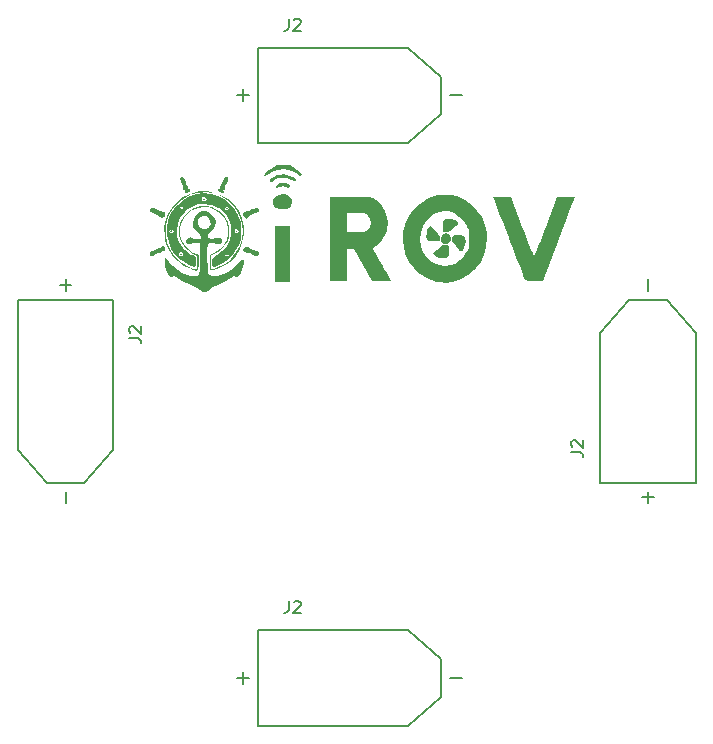
<source format=gbr>
%TF.GenerationSoftware,KiCad,Pcbnew,(6.0.9)*%
%TF.CreationDate,2023-02-05T00:50:23+02:00*%
%TF.ProjectId,power dis,706f7765-7220-4646-9973-2e6b69636164,rev?*%
%TF.SameCoordinates,Original*%
%TF.FileFunction,Legend,Top*%
%TF.FilePolarity,Positive*%
%FSLAX46Y46*%
G04 Gerber Fmt 4.6, Leading zero omitted, Abs format (unit mm)*
G04 Created by KiCad (PCBNEW (6.0.9)) date 2023-02-05 00:50:23*
%MOMM*%
%LPD*%
G01*
G04 APERTURE LIST*
%ADD10C,0.150000*%
%ADD11C,0.127000*%
G04 APERTURE END LIST*
D10*
%TO.C,J2*%
X181561780Y-54226333D02*
X182276066Y-54226333D01*
X182418923Y-54273952D01*
X182514161Y-54369190D01*
X182561780Y-54512047D01*
X182561780Y-54607285D01*
X181657019Y-53797761D02*
X181609400Y-53750142D01*
X181561780Y-53654904D01*
X181561780Y-53416809D01*
X181609400Y-53321571D01*
X181657019Y-53273952D01*
X181752257Y-53226333D01*
X181847495Y-53226333D01*
X181990352Y-53273952D01*
X182561780Y-53845380D01*
X182561780Y-53226333D01*
X218993180Y-63876333D02*
X219707466Y-63876333D01*
X219850323Y-63923952D01*
X219945561Y-64019190D01*
X219993180Y-64162047D01*
X219993180Y-64257285D01*
X219088419Y-63447761D02*
X219040800Y-63400142D01*
X218993180Y-63304904D01*
X218993180Y-63066809D01*
X219040800Y-62971571D01*
X219088419Y-62923952D01*
X219183657Y-62876333D01*
X219278895Y-62876333D01*
X219421752Y-62923952D01*
X219993180Y-63495380D01*
X219993180Y-62876333D01*
X195069866Y-76499180D02*
X195069866Y-77213466D01*
X195022247Y-77356323D01*
X194927009Y-77451561D01*
X194784152Y-77499180D01*
X194688914Y-77499180D01*
X195498438Y-76594419D02*
X195546057Y-76546800D01*
X195641295Y-76499180D01*
X195879390Y-76499180D01*
X195974628Y-76546800D01*
X196022247Y-76594419D01*
X196069866Y-76689657D01*
X196069866Y-76784895D01*
X196022247Y-76927752D01*
X195450819Y-77499180D01*
X196069866Y-77499180D01*
X195069866Y-27197780D02*
X195069866Y-27912066D01*
X195022247Y-28054923D01*
X194927009Y-28150161D01*
X194784152Y-28197780D01*
X194688914Y-28197780D01*
X195498438Y-27293019D02*
X195546057Y-27245400D01*
X195641295Y-27197780D01*
X195879390Y-27197780D01*
X195974628Y-27245400D01*
X196022247Y-27293019D01*
X196069866Y-27388257D01*
X196069866Y-27483495D01*
X196022247Y-27626352D01*
X195450819Y-28197780D01*
X196069866Y-28197780D01*
D11*
X180224400Y-50968000D02*
X180224400Y-63668000D01*
X172124400Y-63668000D02*
X172124400Y-50968000D01*
X180224400Y-63668000D02*
X177774400Y-66468000D01*
X176174400Y-49218000D02*
X176174400Y-50218000D01*
X177774400Y-66468000D02*
X174574400Y-66468000D01*
X176674400Y-49718000D02*
X175674400Y-49718000D01*
X176174400Y-67218000D02*
X176174400Y-68218000D01*
X172124400Y-50968000D02*
X180224400Y-50968000D01*
X174574400Y-66468000D02*
X172124400Y-63668000D01*
X229525800Y-53768000D02*
X229525800Y-66468000D01*
X225475800Y-68218000D02*
X225475800Y-67218000D01*
X227075800Y-50968000D02*
X229525800Y-53768000D01*
X224975800Y-67718000D02*
X225975800Y-67718000D01*
X223875800Y-50968000D02*
X227075800Y-50968000D01*
X221425800Y-66468000D02*
X221425800Y-53768000D01*
X229525800Y-66468000D02*
X221425800Y-66468000D01*
X225475800Y-50218000D02*
X225475800Y-49218000D01*
X221425800Y-53768000D02*
X223875800Y-50968000D01*
%TO.C,.*%
G36*
X208526615Y-46320415D02*
G01*
X208621480Y-46389728D01*
X208666982Y-46536069D01*
X208679044Y-46761632D01*
X208661279Y-47008431D01*
X208617297Y-47218484D01*
X208563312Y-47323539D01*
X208391752Y-47408731D01*
X208140133Y-47436804D01*
X207860258Y-47409282D01*
X207603933Y-47327692D01*
X207540199Y-47293404D01*
X207363509Y-47163418D01*
X207317939Y-47052255D01*
X207398151Y-46931748D01*
X207461313Y-46876992D01*
X207612559Y-46751222D01*
X207806770Y-46585140D01*
X207877668Y-46523503D01*
X208103981Y-46375416D01*
X208333665Y-46305316D01*
X208526615Y-46320415D01*
G37*
G36*
X195182955Y-49457386D02*
G01*
X193884091Y-49457386D01*
X193884091Y-44767045D01*
X195182955Y-44767045D01*
X195182955Y-49457386D01*
G37*
G36*
X184626227Y-44363842D02*
G01*
X184844152Y-43751862D01*
X185170972Y-43192911D01*
X185595266Y-42704722D01*
X186105612Y-42305028D01*
X186690587Y-42011564D01*
X186984127Y-41916438D01*
X187564829Y-41816663D01*
X188174488Y-41812865D01*
X188764739Y-41901623D01*
X189286907Y-42079371D01*
X189912218Y-42443691D01*
X190424995Y-42898190D01*
X190824828Y-43442408D01*
X191111310Y-44075882D01*
X191143110Y-44174129D01*
X191266829Y-44803094D01*
X191265811Y-45450998D01*
X191147691Y-46091510D01*
X190920103Y-46698301D01*
X190590682Y-47245042D01*
X190167062Y-47705403D01*
X190103623Y-47759049D01*
X189842536Y-47943185D01*
X189520980Y-48127285D01*
X189183779Y-48289651D01*
X188875759Y-48408586D01*
X188652557Y-48461429D01*
X188436080Y-48483238D01*
X188436080Y-47196011D01*
X188760795Y-47024521D01*
X189219937Y-46711215D01*
X189569670Y-46326186D01*
X189807150Y-45889148D01*
X189929536Y-45419817D01*
X189933985Y-44937906D01*
X189817656Y-44463131D01*
X189577704Y-44015206D01*
X189247889Y-43646082D01*
X188813348Y-43344784D01*
X188338846Y-43171395D01*
X187846891Y-43123722D01*
X187359990Y-43199574D01*
X186900648Y-43396761D01*
X186491371Y-43713090D01*
X186298701Y-43933203D01*
X186027318Y-44397031D01*
X185888089Y-44885756D01*
X185876127Y-45379028D01*
X185986544Y-45856499D01*
X186214451Y-46297820D01*
X186554962Y-46682642D01*
X187003188Y-46990615D01*
X187037313Y-47008185D01*
X187461932Y-47222532D01*
X187461932Y-47784334D01*
X187450482Y-48100699D01*
X187418675Y-48327795D01*
X187375341Y-48432727D01*
X187315764Y-48488102D01*
X187254549Y-48508612D01*
X187152738Y-48491069D01*
X186971373Y-48432282D01*
X186847637Y-48389521D01*
X186215361Y-48098109D01*
X185664147Y-47696330D01*
X185206740Y-47199321D01*
X184855888Y-46622222D01*
X184624338Y-45980169D01*
X184562748Y-45675954D01*
X184553035Y-45486751D01*
X184636240Y-45486751D01*
X184763252Y-46153458D01*
X184826560Y-46350109D01*
X184992501Y-46701157D01*
X185239332Y-47081208D01*
X185528456Y-47438322D01*
X185821280Y-47720562D01*
X185876661Y-47763284D01*
X186165676Y-47954338D01*
X186480986Y-48129147D01*
X186783632Y-48269090D01*
X187034656Y-48355552D01*
X187155256Y-48374295D01*
X187236831Y-48365816D01*
X187285218Y-48319681D01*
X187309044Y-48206156D01*
X187316937Y-47995510D01*
X187317614Y-47814762D01*
X187317614Y-47254525D01*
X186955795Y-47082745D01*
X186518542Y-46800998D01*
X186177949Y-46430316D01*
X185939175Y-45993365D01*
X185807378Y-45512814D01*
X185787716Y-45011329D01*
X185885350Y-44511578D01*
X186105437Y-44036230D01*
X186223511Y-43865055D01*
X186597750Y-43485192D01*
X187039366Y-43219501D01*
X187524718Y-43070158D01*
X188030162Y-43039342D01*
X188532055Y-43129228D01*
X189006753Y-43341994D01*
X189326121Y-43579382D01*
X189672936Y-43964059D01*
X189895531Y-44392798D01*
X190004364Y-44890045D01*
X190019520Y-45200000D01*
X190009237Y-45524430D01*
X189969006Y-45767737D01*
X189885659Y-45992137D01*
X189826739Y-46110889D01*
X189618970Y-46425138D01*
X189344798Y-46725802D01*
X189044194Y-46975391D01*
X188757125Y-47136412D01*
X188718634Y-47150303D01*
X188472159Y-47231646D01*
X188472159Y-48393883D01*
X188717652Y-48354045D01*
X189083044Y-48246084D01*
X189487823Y-48046593D01*
X189887039Y-47781152D01*
X190202333Y-47509091D01*
X190640963Y-46981455D01*
X190952501Y-46407514D01*
X191139703Y-45803950D01*
X191205323Y-45187443D01*
X191152119Y-44574675D01*
X190982845Y-43982325D01*
X190700258Y-43427076D01*
X190307114Y-42925608D01*
X189806167Y-42494601D01*
X189326949Y-42210406D01*
X189008191Y-42063804D01*
X188740669Y-41974517D01*
X188455520Y-41924277D01*
X188152746Y-41898935D01*
X187468263Y-41921976D01*
X186833802Y-42070254D01*
X186259402Y-42330339D01*
X185755097Y-42688803D01*
X185330922Y-43132215D01*
X184996913Y-43647146D01*
X184763106Y-44220166D01*
X184639537Y-44837844D01*
X184636240Y-45486751D01*
X184553035Y-45486751D01*
X184528618Y-45011117D01*
X184626227Y-44363842D01*
G37*
G36*
X208618535Y-45398414D02*
G01*
X208764125Y-45537693D01*
X208820584Y-45727639D01*
X208783659Y-45933738D01*
X208649097Y-46121472D01*
X208496307Y-46222635D01*
X208371127Y-46237274D01*
X208279830Y-46225846D01*
X208070307Y-46135935D01*
X207970626Y-45965981D01*
X207955114Y-45809671D01*
X208009405Y-45553418D01*
X208164655Y-45394319D01*
X208388068Y-45344318D01*
X208618535Y-45398414D01*
G37*
G36*
X185178856Y-45105749D02*
G01*
X185223530Y-45205113D01*
X185177323Y-45269651D01*
X185157099Y-45272159D01*
X185058676Y-45219990D01*
X185047684Y-45204986D01*
X185051132Y-45119332D01*
X185127418Y-45082047D01*
X185178856Y-45105749D01*
G37*
G36*
X207179276Y-44819850D02*
G01*
X207342477Y-44955635D01*
X207528886Y-45146929D01*
X207544766Y-45164891D01*
X207732814Y-45392327D01*
X207835278Y-45558621D01*
X207871632Y-45701582D01*
X207869482Y-45795373D01*
X207851067Y-45925365D01*
X207803944Y-45997050D01*
X207692352Y-46030208D01*
X207480531Y-46044621D01*
X207413920Y-46047362D01*
X207158823Y-46044765D01*
X206949077Y-46019844D01*
X206854687Y-45989657D01*
X206761077Y-45861986D01*
X206723111Y-45652954D01*
X206733697Y-45402253D01*
X206785742Y-45149575D01*
X206872152Y-44934613D01*
X206985833Y-44797057D01*
X207073018Y-44767956D01*
X207179276Y-44819850D01*
G37*
G36*
X190712954Y-45169504D02*
G01*
X190672286Y-45241677D01*
X190633324Y-45261335D01*
X190571764Y-45238638D01*
X190575597Y-45203608D01*
X190636308Y-45126179D01*
X190656776Y-45122429D01*
X190712954Y-45169504D01*
G37*
G36*
X204874904Y-44727554D02*
G01*
X204912178Y-44608985D01*
X205218392Y-43922277D01*
X205632725Y-43330485D01*
X206152683Y-42836434D01*
X206775768Y-42442951D01*
X206863585Y-42399633D01*
X207131995Y-42277996D01*
X207357083Y-42199563D01*
X207590393Y-42152645D01*
X207883469Y-42125549D01*
X208126369Y-42113204D01*
X208499983Y-42102956D01*
X208780470Y-42113583D01*
X209018177Y-42150374D01*
X209263452Y-42218621D01*
X209326136Y-42239293D01*
X209980489Y-42532388D01*
X210555014Y-42936831D01*
X211038486Y-43436997D01*
X211419678Y-44017263D01*
X211687363Y-44662004D01*
X211830315Y-45355597D01*
X211851705Y-45754119D01*
X211794981Y-46496323D01*
X211620759Y-47162003D01*
X211322955Y-47766358D01*
X210895492Y-48324590D01*
X210771276Y-48455066D01*
X210214598Y-48928674D01*
X209617453Y-49264123D01*
X208977338Y-49462491D01*
X208291750Y-49524855D01*
X208284772Y-49524796D01*
X207953059Y-49506089D01*
X207611952Y-49462389D01*
X207385391Y-49415352D01*
X206751846Y-49172114D01*
X206175803Y-48805870D01*
X205672855Y-48331711D01*
X205258592Y-47764729D01*
X204948607Y-47120018D01*
X204913998Y-47023188D01*
X204786757Y-46487106D01*
X204737799Y-45887864D01*
X204739211Y-45858758D01*
X206180147Y-45858758D01*
X206257808Y-46424389D01*
X206467439Y-46964141D01*
X206591992Y-47173665D01*
X206943923Y-47589773D01*
X207362063Y-47891711D01*
X207826369Y-48073669D01*
X208316799Y-48129836D01*
X208813312Y-48054399D01*
X209158449Y-47917808D01*
X209562646Y-47644030D01*
X209922765Y-47269976D01*
X210197224Y-46839664D01*
X210217851Y-46796332D01*
X210300571Y-46578336D01*
X210348638Y-46337227D01*
X210369502Y-46025532D01*
X210372078Y-45813352D01*
X210366243Y-45475229D01*
X210341732Y-45229458D01*
X210288719Y-45024345D01*
X210197374Y-44808196D01*
X210170371Y-44752425D01*
X209886317Y-44311113D01*
X209516125Y-43944012D01*
X209087031Y-43669625D01*
X208626271Y-43506451D01*
X208279830Y-43468182D01*
X207792052Y-43537978D01*
X207333049Y-43738558D01*
X206921984Y-44056708D01*
X206578025Y-44479212D01*
X206427231Y-44745505D01*
X206236081Y-45291159D01*
X206180147Y-45858758D01*
X204739211Y-45858758D01*
X204767167Y-45282376D01*
X204874904Y-44727554D01*
G37*
G36*
X218850819Y-42245224D02*
G01*
X219095779Y-42255344D01*
X219248361Y-42270152D01*
X219284091Y-42282811D01*
X219259091Y-42356211D01*
X219187275Y-42551732D01*
X219073422Y-42856713D01*
X218922309Y-43258494D01*
X218738714Y-43744414D01*
X218527415Y-44301813D01*
X218293190Y-44918031D01*
X218040816Y-45580407D01*
X217936144Y-45854686D01*
X216588198Y-49385227D01*
X215841745Y-49385227D01*
X215505634Y-49383364D01*
X215285682Y-49374011D01*
X215153739Y-49351519D01*
X215081656Y-49310241D01*
X215041286Y-49244529D01*
X215032559Y-49222869D01*
X214995046Y-49124844D01*
X214911370Y-48905588D01*
X214786727Y-48578737D01*
X214626316Y-48157930D01*
X214435334Y-47656804D01*
X214218980Y-47088996D01*
X213982451Y-46468144D01*
X213730944Y-45807885D01*
X213691799Y-45705113D01*
X213439868Y-45044333D01*
X213203051Y-44424452D01*
X212986384Y-43858565D01*
X212794902Y-43359765D01*
X212633642Y-42941146D01*
X212507640Y-42615800D01*
X212421932Y-42396823D01*
X212381553Y-42297306D01*
X212379491Y-42293096D01*
X212432165Y-42271946D01*
X212601268Y-42258270D01*
X212859043Y-42253423D01*
X213118202Y-42257017D01*
X213891194Y-42277557D01*
X214852749Y-44794037D01*
X215070542Y-45362920D01*
X215272447Y-45888187D01*
X215452640Y-46354851D01*
X215605301Y-46747926D01*
X215724606Y-47052423D01*
X215804734Y-47253357D01*
X215839861Y-47335740D01*
X215840612Y-47336824D01*
X215871057Y-47277734D01*
X215946480Y-47098004D01*
X216061193Y-46812127D01*
X216209510Y-46434596D01*
X216385746Y-45979903D01*
X216584212Y-45462542D01*
X216799224Y-44897005D01*
X216835051Y-44802304D01*
X217803183Y-42241477D01*
X218543637Y-42241477D01*
X218850819Y-42245224D01*
G37*
G36*
X194943815Y-39570908D02*
G01*
X195179941Y-39609774D01*
X195344253Y-39661634D01*
X195399432Y-39716543D01*
X195458398Y-39779893D01*
X195597869Y-39854753D01*
X195784644Y-39957562D01*
X195973003Y-40096791D01*
X196122348Y-40238145D01*
X196192080Y-40347333D01*
X196193182Y-40357621D01*
X196145214Y-40461364D01*
X196027363Y-40468003D01*
X195881164Y-40377379D01*
X195547909Y-40150434D01*
X195130028Y-39997118D01*
X194675695Y-39934564D01*
X194634489Y-39933971D01*
X194189824Y-39964253D01*
X193819828Y-40070336D01*
X193467177Y-40269663D01*
X193418881Y-40303865D01*
X193217675Y-40442472D01*
X193098952Y-40498247D01*
X193032499Y-40478505D01*
X192994117Y-40406709D01*
X193023906Y-40301671D01*
X193152207Y-40159266D01*
X193348382Y-40006534D01*
X193581793Y-39870516D01*
X193624614Y-39850251D01*
X193760033Y-39771579D01*
X193811932Y-39710306D01*
X193876002Y-39666007D01*
X194040510Y-39610912D01*
X194183410Y-39576041D01*
X194407664Y-39549664D01*
X194673761Y-39549412D01*
X194943815Y-39570908D01*
G37*
G36*
X187015731Y-44130456D02*
G01*
X187175923Y-43832412D01*
X187412579Y-43618849D01*
X187700880Y-43500667D01*
X188016009Y-43488770D01*
X188333149Y-43594058D01*
X188587614Y-43785682D01*
X188794379Y-44082888D01*
X188876911Y-44413214D01*
X188838756Y-44744912D01*
X188683456Y-45046234D01*
X188420578Y-45281739D01*
X188254794Y-45408954D01*
X188195875Y-45538144D01*
X188197575Y-45623264D01*
X188223971Y-45740145D01*
X188294781Y-45793320D01*
X188451628Y-45804200D01*
X188544318Y-45801630D01*
X188805342Y-45782551D01*
X189048484Y-45749800D01*
X189097133Y-45740262D01*
X189270882Y-45723163D01*
X189370286Y-45783926D01*
X189403551Y-45836956D01*
X189451124Y-46038075D01*
X189385502Y-46196619D01*
X189236937Y-46285836D01*
X189035682Y-46278972D01*
X188945190Y-46242292D01*
X188719488Y-46162439D01*
X188492954Y-46140144D01*
X188312045Y-46174765D01*
X188227322Y-46252208D01*
X188204334Y-46389166D01*
X188189533Y-46636216D01*
X188182406Y-46960679D01*
X188182440Y-47329880D01*
X188189123Y-47711141D01*
X188201941Y-48071785D01*
X188220382Y-48379135D01*
X188243932Y-48600515D01*
X188265628Y-48692729D01*
X188425594Y-48890231D01*
X188667322Y-48985665D01*
X188975377Y-48983644D01*
X189334328Y-48888780D01*
X189728740Y-48705688D01*
X190143182Y-48438981D01*
X190562219Y-48093272D01*
X190694947Y-47966530D01*
X190955474Y-47718117D01*
X191132428Y-47578184D01*
X191237302Y-47546626D01*
X191281589Y-47623340D01*
X191276781Y-47808222D01*
X191256554Y-47961466D01*
X191202799Y-48189103D01*
X191112034Y-48454516D01*
X191002540Y-48714746D01*
X190892595Y-48926835D01*
X190800481Y-49047823D01*
X190791601Y-49054114D01*
X190676096Y-49057791D01*
X190577573Y-49015679D01*
X190468288Y-48975052D01*
X190347712Y-49011603D01*
X190195803Y-49115963D01*
X190034826Y-49219365D01*
X189777783Y-49362901D01*
X189460224Y-49527499D01*
X189121591Y-49692258D01*
X188797024Y-49850512D01*
X188515278Y-49998361D01*
X188305267Y-50119913D01*
X188195903Y-50199272D01*
X188192727Y-50202882D01*
X188022998Y-50309750D01*
X187804233Y-50285846D01*
X187551280Y-50136201D01*
X187378822Y-50024657D01*
X187117330Y-49883741D01*
X186811981Y-49737140D01*
X186675257Y-49676887D01*
X186346483Y-49526540D01*
X186023985Y-49362499D01*
X185761857Y-49212802D01*
X185691377Y-49166921D01*
X185483060Y-49034074D01*
X185347335Y-48981476D01*
X185246013Y-48996879D01*
X185214793Y-49014060D01*
X185092915Y-49055353D01*
X184974946Y-48989365D01*
X184940716Y-48956625D01*
X184816337Y-48766684D01*
X184704727Y-48481211D01*
X184620426Y-48148981D01*
X184577975Y-47818771D01*
X184575568Y-47731750D01*
X184575568Y-47403331D01*
X184916301Y-47792839D01*
X185261672Y-48135953D01*
X185654214Y-48440763D01*
X186066793Y-48693009D01*
X186472274Y-48878430D01*
X186843524Y-48982763D01*
X187153409Y-48991747D01*
X187185698Y-48985628D01*
X187330053Y-48941833D01*
X187437438Y-48869895D01*
X187512726Y-48750614D01*
X187560791Y-48564791D01*
X187586505Y-48293226D01*
X187594742Y-47916722D01*
X187590375Y-47416078D01*
X187590000Y-47392747D01*
X187570170Y-46174148D01*
X187281534Y-46190703D01*
X187000842Y-46207634D01*
X186716507Y-46225956D01*
X186704261Y-46226782D01*
X186515785Y-46228841D01*
X186426276Y-46187236D01*
X186392267Y-46081529D01*
X186392046Y-46079977D01*
X186408382Y-45903593D01*
X186455001Y-45809380D01*
X186586821Y-45729463D01*
X186756904Y-45707722D01*
X186894533Y-45749033D01*
X186920739Y-45777273D01*
X187014204Y-45821115D01*
X187197163Y-45846715D01*
X187285793Y-45849432D01*
X187484221Y-45842081D01*
X187577592Y-45804601D01*
X187604999Y-45713846D01*
X187606250Y-45659704D01*
X187553532Y-45483798D01*
X187387428Y-45271465D01*
X187281534Y-45167588D01*
X187099743Y-44988348D01*
X187002420Y-44848433D01*
X186963488Y-44694393D01*
X186957878Y-44532649D01*
X187362043Y-44532649D01*
X187441282Y-44742817D01*
X187600705Y-44899184D01*
X187808902Y-44984573D01*
X188034464Y-44981811D01*
X188245984Y-44873725D01*
X188322604Y-44793393D01*
X188452757Y-44539710D01*
X188439659Y-44295672D01*
X188295041Y-44078254D01*
X188061465Y-43929227D01*
X187815410Y-43909136D01*
X187590623Y-44010201D01*
X187420853Y-44224645D01*
X187394396Y-44285852D01*
X187362043Y-44532649D01*
X186957878Y-44532649D01*
X186956818Y-44502077D01*
X187015731Y-44130456D01*
G37*
G36*
X186026555Y-47092303D02*
G01*
X186029574Y-47112216D01*
X185973397Y-47196825D01*
X185952003Y-47206624D01*
X185886205Y-47171791D01*
X185874432Y-47112216D01*
X185911045Y-47022409D01*
X185952003Y-47017808D01*
X186026555Y-47092303D01*
G37*
G36*
X209655406Y-45511657D02*
G01*
X209880706Y-45592344D01*
X210006212Y-45756107D01*
X210047578Y-46014312D01*
X210047727Y-46035076D01*
X210012973Y-46341022D01*
X209920004Y-46601487D01*
X209785760Y-46776192D01*
X209719778Y-46814835D01*
X209618819Y-46849284D01*
X209551488Y-46834266D01*
X209474148Y-46744556D01*
X209391600Y-46625142D01*
X209232595Y-46411002D01*
X209065909Y-46210898D01*
X209056754Y-46200833D01*
X208924878Y-45992151D01*
X208906005Y-45767879D01*
X208926524Y-45626963D01*
X208978690Y-45552165D01*
X209100706Y-45518694D01*
X209314660Y-45502677D01*
X209655406Y-45511657D01*
G37*
G36*
X189913244Y-43234456D02*
G01*
X189915341Y-43251704D01*
X189860430Y-43321767D01*
X189843182Y-43323863D01*
X189773120Y-43268952D01*
X189771023Y-43251704D01*
X189825934Y-43181642D01*
X189843182Y-43179545D01*
X189913244Y-43234456D01*
G37*
G36*
X187970908Y-42427458D02*
G01*
X187930240Y-42499631D01*
X187891278Y-42519290D01*
X187829719Y-42496592D01*
X187833551Y-42461562D01*
X187894262Y-42384134D01*
X187914730Y-42380383D01*
X187970908Y-42427458D01*
G37*
G36*
X189892132Y-40620389D02*
G01*
X189944468Y-40740407D01*
X189899355Y-40942730D01*
X189802578Y-41137241D01*
X189702158Y-41339779D01*
X189652765Y-41503692D01*
X189654650Y-41560790D01*
X189638347Y-41649598D01*
X189579525Y-41664204D01*
X189505586Y-41687365D01*
X189545084Y-41761042D01*
X189597813Y-41876192D01*
X189545622Y-41937584D01*
X189420304Y-41937682D01*
X189253655Y-41868949D01*
X189209806Y-41840510D01*
X189078994Y-41718550D01*
X189060801Y-41628063D01*
X189159660Y-41592053D01*
X189161929Y-41592045D01*
X189235057Y-41554433D01*
X189224843Y-41511819D01*
X189230206Y-41410174D01*
X189266723Y-41375065D01*
X189340995Y-41277717D01*
X189428779Y-41092286D01*
X189474405Y-40968218D01*
X189572030Y-40734230D01*
X189677140Y-40618467D01*
X189743799Y-40596043D01*
X189892132Y-40620389D01*
G37*
G36*
X194896319Y-40393351D02*
G01*
X195175401Y-40467861D01*
X195414625Y-40574592D01*
X195588852Y-40699263D01*
X195672940Y-40827595D01*
X195641750Y-40945309D01*
X195635383Y-40952003D01*
X195524501Y-40961843D01*
X195325053Y-40859771D01*
X195283046Y-40831730D01*
X195112920Y-40727071D01*
X194957783Y-40674004D01*
X194762228Y-40660965D01*
X194521633Y-40672798D01*
X194181855Y-40715586D01*
X193946090Y-40795130D01*
X193844430Y-40860380D01*
X193668557Y-40982169D01*
X193559537Y-41006105D01*
X193485262Y-40939452D01*
X193484638Y-40821062D01*
X193597839Y-40692353D01*
X193796533Y-40567882D01*
X194052386Y-40462211D01*
X194337068Y-40389896D01*
X194602521Y-40365341D01*
X194896319Y-40393351D01*
G37*
G36*
X189826569Y-46414848D02*
G01*
X190077027Y-45935082D01*
X190194489Y-45405081D01*
X190203518Y-45200000D01*
X190199765Y-45128186D01*
X190498683Y-45128186D01*
X190507189Y-45268711D01*
X190577840Y-45362726D01*
X190582812Y-45364695D01*
X190719621Y-45349907D01*
X190829198Y-45247958D01*
X190853409Y-45162805D01*
X190794009Y-45062813D01*
X190666292Y-45007481D01*
X190558261Y-45023627D01*
X190498683Y-45128186D01*
X190199765Y-45128186D01*
X190180413Y-44757834D01*
X190101360Y-44396118D01*
X189950643Y-44056707D01*
X189847851Y-43884041D01*
X189523029Y-43496736D01*
X189140592Y-43211023D01*
X189662106Y-43211023D01*
X189686974Y-43309402D01*
X189784329Y-43377007D01*
X189864754Y-43381798D01*
X189998587Y-43325071D01*
X190041968Y-43269782D01*
X190014073Y-43175608D01*
X189897804Y-43120332D01*
X189748408Y-43128661D01*
X189736160Y-43133014D01*
X189662106Y-43211023D01*
X189140592Y-43211023D01*
X189096766Y-43178281D01*
X188605370Y-42954477D01*
X188491892Y-42920441D01*
X187927326Y-42836633D01*
X187383538Y-42893339D01*
X186872848Y-43087002D01*
X186407577Y-43414065D01*
X186249958Y-43567593D01*
X185899939Y-44033286D01*
X185681242Y-44538632D01*
X185593636Y-45064840D01*
X185636889Y-45593120D01*
X185810771Y-46104678D01*
X186115049Y-46580724D01*
X186289437Y-46773348D01*
X186523176Y-46975464D01*
X186782588Y-47153789D01*
X186928064Y-47231129D01*
X187252364Y-47374582D01*
X187230869Y-47778891D01*
X187207112Y-48003830D01*
X187168315Y-48160881D01*
X187136015Y-48207341D01*
X187040502Y-48189312D01*
X186852353Y-48119943D01*
X186607743Y-48012975D01*
X186539516Y-47980774D01*
X185971792Y-47633945D01*
X185503900Y-47195449D01*
X185473568Y-47152554D01*
X185802273Y-47152554D01*
X185855025Y-47260948D01*
X185970056Y-47293318D01*
X186082530Y-47241972D01*
X186114979Y-47189651D01*
X186102076Y-47069363D01*
X186011046Y-46974520D01*
X185896708Y-46956783D01*
X185877593Y-46965944D01*
X185814266Y-47069548D01*
X185802273Y-47152554D01*
X185473568Y-47152554D01*
X185141552Y-46683023D01*
X184890461Y-46114405D01*
X184756338Y-45507331D01*
X184750619Y-45193521D01*
X184961956Y-45193521D01*
X184968164Y-45265234D01*
X185080339Y-45336437D01*
X185224223Y-45326862D01*
X185321043Y-45241837D01*
X185321229Y-45241355D01*
X185305740Y-45115236D01*
X185253169Y-45049116D01*
X185145848Y-44999808D01*
X185036164Y-45069296D01*
X185032443Y-45072996D01*
X184961956Y-45193521D01*
X184750619Y-45193521D01*
X184744897Y-44879540D01*
X184861850Y-44248767D01*
X185112908Y-43632751D01*
X185129362Y-43602144D01*
X185358006Y-43268535D01*
X185373339Y-43251704D01*
X185802273Y-43251704D01*
X185831553Y-43368975D01*
X185872167Y-43396023D01*
X185910074Y-43342427D01*
X185896748Y-43277938D01*
X185891087Y-43192478D01*
X185953132Y-43196759D01*
X186031033Y-43283886D01*
X186031636Y-43332883D01*
X186033843Y-43393116D01*
X186093899Y-43348191D01*
X186143008Y-43231833D01*
X186074269Y-43138482D01*
X185942332Y-43107386D01*
X185824767Y-43160473D01*
X185802273Y-43251704D01*
X185373339Y-43251704D01*
X185673381Y-42922357D01*
X186031764Y-42604664D01*
X186253013Y-42451159D01*
X187727381Y-42451159D01*
X187755114Y-42538608D01*
X187839852Y-42632922D01*
X187961601Y-42605117D01*
X187970075Y-42600651D01*
X188082511Y-42516394D01*
X188111364Y-42464251D01*
X188062104Y-42372468D01*
X188003125Y-42313636D01*
X187867613Y-42265969D01*
X187761830Y-42324390D01*
X187727381Y-42451159D01*
X186253013Y-42451159D01*
X186389432Y-42356510D01*
X186539650Y-42277940D01*
X187174440Y-42062392D01*
X187818298Y-41981873D01*
X188453321Y-42029988D01*
X189061602Y-42200342D01*
X189625237Y-42486542D01*
X190126322Y-42882194D01*
X190546951Y-43380903D01*
X190787349Y-43794883D01*
X190893784Y-44020712D01*
X190963963Y-44204142D01*
X191005444Y-44386152D01*
X191025785Y-44607720D01*
X191032545Y-44909822D01*
X191033214Y-45127841D01*
X191030983Y-45495035D01*
X191018916Y-45758866D01*
X190989877Y-45960264D01*
X190936732Y-46140157D01*
X190852346Y-46339477D01*
X190803982Y-46442820D01*
X190457529Y-47020172D01*
X190014550Y-47507060D01*
X189492485Y-47887302D01*
X189003846Y-48113067D01*
X188763526Y-48176241D01*
X188622074Y-48146580D01*
X188560227Y-48008798D01*
X188557953Y-47759269D01*
X188578576Y-47557008D01*
X188629568Y-47427087D01*
X188743649Y-47321809D01*
X188941193Y-47200640D01*
X189008344Y-47152554D01*
X189698864Y-47152554D01*
X189751950Y-47270120D01*
X189843182Y-47292613D01*
X189960453Y-47263333D01*
X189987500Y-47222719D01*
X189934607Y-47183016D01*
X189879261Y-47194360D01*
X189787937Y-47182309D01*
X189771023Y-47112216D01*
X189807928Y-47024993D01*
X189897301Y-47036611D01*
X189978460Y-47056392D01*
X189940843Y-47001294D01*
X189939668Y-47000108D01*
X189823034Y-46951766D01*
X189729700Y-47021147D01*
X189698864Y-47152554D01*
X189008344Y-47152554D01*
X189446746Y-46838620D01*
X189826569Y-46414848D01*
G37*
G36*
X200252131Y-42243062D02*
G01*
X200799881Y-42244724D01*
X201223820Y-42249487D01*
X201544443Y-42258764D01*
X201782246Y-42273967D01*
X201957726Y-42296507D01*
X202091380Y-42327797D01*
X202203703Y-42369249D01*
X202225762Y-42379042D01*
X202641397Y-42643540D01*
X202984506Y-43012577D01*
X203244253Y-43460222D01*
X203409802Y-43960546D01*
X203470315Y-44487617D01*
X203414957Y-45015505D01*
X203381652Y-45144876D01*
X203225490Y-45519807D01*
X202991963Y-45883821D01*
X202714838Y-46191949D01*
X202447476Y-46388994D01*
X202282720Y-46492013D01*
X202189906Y-46577861D01*
X202182386Y-46597441D01*
X202216778Y-46677058D01*
X202312905Y-46862186D01*
X202460194Y-47133442D01*
X202648070Y-47471440D01*
X202865961Y-47856795D01*
X202940057Y-47986523D01*
X203164917Y-48380961D01*
X203363248Y-48732127D01*
X203524535Y-49021128D01*
X203638258Y-49229072D01*
X203693903Y-49337069D01*
X203697727Y-49347536D01*
X203630456Y-49362767D01*
X203448177Y-49375047D01*
X203180194Y-49382970D01*
X202913525Y-49385227D01*
X202129324Y-49385227D01*
X201344065Y-48015198D01*
X200558807Y-46645170D01*
X200288210Y-46644176D01*
X200017614Y-46643182D01*
X200017614Y-49385227D01*
X198574432Y-49385227D01*
X198574432Y-45272159D01*
X200017614Y-45272159D01*
X200721165Y-45271095D01*
X201080052Y-45260867D01*
X201375719Y-45233755D01*
X201572678Y-45193405D01*
X201605114Y-45180327D01*
X201752895Y-45057976D01*
X201892618Y-44867390D01*
X201919232Y-44817457D01*
X202012871Y-44478519D01*
X201966176Y-44149897D01*
X201782727Y-43852693D01*
X201749676Y-43818120D01*
X201651773Y-43726580D01*
X201556092Y-43667245D01*
X201429776Y-43633140D01*
X201239968Y-43617293D01*
X200953813Y-43612730D01*
X200780835Y-43612500D01*
X200017614Y-43612500D01*
X200017614Y-45272159D01*
X198574432Y-45272159D01*
X198574432Y-42241477D01*
X200252131Y-42243062D01*
G37*
G36*
X192563613Y-43275621D02*
G01*
X192554295Y-43451154D01*
X192548968Y-43468748D01*
X192448461Y-43586950D01*
X192227576Y-43656391D01*
X192215224Y-43658422D01*
X191904040Y-43772344D01*
X191717723Y-43913833D01*
X191508392Y-44123164D01*
X191361298Y-43976071D01*
X191226249Y-43787483D01*
X191227560Y-43636677D01*
X191362592Y-43533763D01*
X191484801Y-43502528D01*
X191736634Y-43435851D01*
X191992477Y-43331875D01*
X192017779Y-43318861D01*
X192285579Y-43206715D01*
X192470783Y-43193221D01*
X192563613Y-43275621D01*
G37*
G36*
X183631922Y-43235156D02*
G01*
X183790506Y-43311373D01*
X183994932Y-43409955D01*
X184172238Y-43464412D01*
X184211029Y-43468182D01*
X184330317Y-43496796D01*
X184359091Y-43538076D01*
X184411937Y-43577894D01*
X184466721Y-43566669D01*
X184573951Y-43578250D01*
X184624208Y-43684455D01*
X184602734Y-43841905D01*
X184578586Y-43895498D01*
X184481590Y-44003480D01*
X184370411Y-44045787D01*
X184295473Y-44009705D01*
X184286932Y-43969037D01*
X184242100Y-43927346D01*
X184209972Y-43940183D01*
X184110956Y-43930098D01*
X184047614Y-43872386D01*
X183929059Y-43783323D01*
X183730329Y-43694019D01*
X183637500Y-43663850D01*
X183418618Y-43581415D01*
X183312147Y-43482653D01*
X183289683Y-43410868D01*
X183314818Y-43258354D01*
X183435054Y-43198561D01*
X183631922Y-43235156D01*
G37*
G36*
X208880444Y-44145597D02*
G01*
X209121764Y-44225820D01*
X209306623Y-44344185D01*
X209395511Y-44490971D01*
X209398295Y-44522710D01*
X209376130Y-44654388D01*
X209336296Y-44694886D01*
X209253002Y-44739228D01*
X209099754Y-44854332D01*
X208946388Y-44983523D01*
X208688783Y-45167932D01*
X208443858Y-45268401D01*
X208242449Y-45275645D01*
X208147538Y-45224053D01*
X208106350Y-45105847D01*
X208093429Y-44898764D01*
X208105363Y-44654724D01*
X208138738Y-44425646D01*
X208190140Y-44263452D01*
X208212825Y-44231006D01*
X208386464Y-44138468D01*
X208622174Y-44113239D01*
X208880444Y-44145597D01*
G37*
G36*
X191527520Y-46489402D02*
G01*
X191631932Y-46535989D01*
X191670140Y-46523989D01*
X191729372Y-46538329D01*
X191759160Y-46590887D01*
X191849795Y-46671691D01*
X192032873Y-46752569D01*
X192157956Y-46788863D01*
X192407573Y-46860281D01*
X192537603Y-46936871D01*
X192571808Y-47040516D01*
X192548943Y-47148941D01*
X192464816Y-47264644D01*
X192312136Y-47273248D01*
X192079490Y-47174130D01*
X191984128Y-47118232D01*
X191785075Y-47021622D01*
X191613797Y-46980981D01*
X191569213Y-46984582D01*
X191457520Y-46981667D01*
X191430682Y-46942499D01*
X191378129Y-46895589D01*
X191322443Y-46905723D01*
X191239005Y-46896825D01*
X191214205Y-46768346D01*
X191214205Y-46767976D01*
X191255410Y-46586297D01*
X191355944Y-46473981D01*
X191481186Y-46461811D01*
X191527520Y-46489402D01*
G37*
G36*
X194851664Y-41118231D02*
G01*
X195040484Y-41196512D01*
X195151505Y-41303465D01*
X195157231Y-41419179D01*
X195126580Y-41460806D01*
X195025381Y-41502836D01*
X194934814Y-41451392D01*
X194787833Y-41400391D01*
X194563070Y-41392709D01*
X194319770Y-41426380D01*
X194161986Y-41477048D01*
X194033509Y-41481174D01*
X193989250Y-41442745D01*
X193990768Y-41332994D01*
X194103183Y-41225672D01*
X194293970Y-41139263D01*
X194530603Y-41092251D01*
X194612538Y-41088536D01*
X194851664Y-41118231D01*
G37*
G36*
X194895535Y-42079099D02*
G01*
X195028195Y-42152199D01*
X195129545Y-42237209D01*
X195311488Y-42480812D01*
X195361997Y-42750399D01*
X195279263Y-43016373D01*
X195184808Y-43141493D01*
X195056807Y-43251192D01*
X194905444Y-43305636D01*
X194676675Y-43321825D01*
X194611143Y-43321943D01*
X194283772Y-43291837D01*
X194036533Y-43212055D01*
X194011933Y-43197940D01*
X193851403Y-43052898D01*
X193756507Y-42893184D01*
X193717832Y-42594597D01*
X193807521Y-42356178D01*
X194020089Y-42184132D01*
X194350051Y-42084662D01*
X194485468Y-42068682D01*
X194733547Y-42056211D01*
X194895535Y-42079099D01*
G37*
G36*
X184483828Y-46415063D02*
G01*
X184569096Y-46553946D01*
X184616219Y-46707193D01*
X184605265Y-46797826D01*
X184509690Y-46840467D01*
X184460031Y-46830763D01*
X184372148Y-46848473D01*
X184359091Y-46897195D01*
X184298836Y-46978058D01*
X184192312Y-46988557D01*
X184023565Y-47020209D01*
X183828520Y-47115881D01*
X183802338Y-47133684D01*
X183567396Y-47264102D01*
X183396716Y-47279096D01*
X183302799Y-47184375D01*
X183293583Y-47001471D01*
X183411670Y-46869933D01*
X183544211Y-46822868D01*
X183761165Y-46757369D01*
X183952861Y-46674771D01*
X184121500Y-46609193D01*
X184240369Y-46631387D01*
X184277576Y-46656113D01*
X184354331Y-46708827D01*
X184327730Y-46668503D01*
X184310610Y-46648948D01*
X184258818Y-46517649D01*
X184297139Y-46398484D01*
X184391308Y-46354545D01*
X184483828Y-46415063D01*
G37*
G36*
X186136464Y-40614787D02*
G01*
X186262879Y-40747388D01*
X186346537Y-40986777D01*
X186354323Y-41030327D01*
X186406912Y-41221076D01*
X186481116Y-41341657D01*
X186502142Y-41354983D01*
X186572115Y-41441887D01*
X186566355Y-41493118D01*
X186586256Y-41579549D01*
X186634367Y-41592045D01*
X186725849Y-41637511D01*
X186727285Y-41740221D01*
X186644611Y-41849644D01*
X186600767Y-41878143D01*
X186412198Y-41948769D01*
X186292858Y-41914084D01*
X186288305Y-41909706D01*
X186271462Y-41813507D01*
X186283999Y-41765388D01*
X186265834Y-41677541D01*
X186213623Y-41664204D01*
X186135313Y-41614085D01*
X186141219Y-41523484D01*
X186125816Y-41369394D01*
X186036278Y-41184108D01*
X186026225Y-41169589D01*
X185908346Y-40946297D01*
X185881089Y-40754535D01*
X185946969Y-40627470D01*
X185983589Y-40607560D01*
X186136464Y-40614787D01*
G37*
%TO.C,J2*%
X207978200Y-84581800D02*
X205178200Y-87031800D01*
X205178200Y-87031800D02*
X192478200Y-87031800D01*
X207978200Y-81381800D02*
X207978200Y-84581800D01*
X192478200Y-78931800D02*
X205178200Y-78931800D01*
X205178200Y-78931800D02*
X207978200Y-81381800D01*
X190728200Y-82981800D02*
X191728200Y-82981800D01*
X192478200Y-87031800D02*
X192478200Y-78931800D01*
X208728200Y-82981800D02*
X209728200Y-82981800D01*
X191228200Y-82481800D02*
X191228200Y-83481800D01*
X190728200Y-33680400D02*
X191728200Y-33680400D01*
X207978200Y-32080400D02*
X207978200Y-35280400D01*
X191228200Y-33180400D02*
X191228200Y-34180400D01*
X207978200Y-35280400D02*
X205178200Y-37730400D01*
X205178200Y-37730400D02*
X192478200Y-37730400D01*
X208728200Y-33680400D02*
X209728200Y-33680400D01*
X205178200Y-29630400D02*
X207978200Y-32080400D01*
X192478200Y-29630400D02*
X205178200Y-29630400D01*
X192478200Y-37730400D02*
X192478200Y-29630400D01*
%TD*%
M02*

</source>
